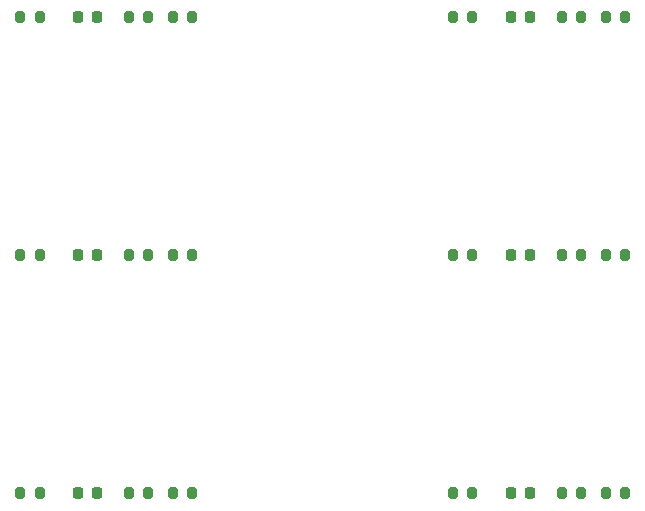
<source format=gtp>
%TF.GenerationSoftware,KiCad,Pcbnew,(6.0.5)*%
%TF.CreationDate,2022-06-05T15:56:58-07:00*%
%TF.ProjectId,mosfet_chip_panel,6d6f7366-6574-45f6-9368-69705f70616e,rev?*%
%TF.SameCoordinates,Original*%
%TF.FileFunction,Paste,Top*%
%TF.FilePolarity,Positive*%
%FSLAX46Y46*%
G04 Gerber Fmt 4.6, Leading zero omitted, Abs format (unit mm)*
G04 Created by KiCad (PCBNEW (6.0.5)) date 2022-06-05 15:56:58*
%MOMM*%
%LPD*%
G01*
G04 APERTURE LIST*
G04 Aperture macros list*
%AMRoundRect*
0 Rectangle with rounded corners*
0 $1 Rounding radius*
0 $2 $3 $4 $5 $6 $7 $8 $9 X,Y pos of 4 corners*
0 Add a 4 corners polygon primitive as box body*
4,1,4,$2,$3,$4,$5,$6,$7,$8,$9,$2,$3,0*
0 Add four circle primitives for the rounded corners*
1,1,$1+$1,$2,$3*
1,1,$1+$1,$4,$5*
1,1,$1+$1,$6,$7*
1,1,$1+$1,$8,$9*
0 Add four rect primitives between the rounded corners*
20,1,$1+$1,$2,$3,$4,$5,0*
20,1,$1+$1,$4,$5,$6,$7,0*
20,1,$1+$1,$6,$7,$8,$9,0*
20,1,$1+$1,$8,$9,$2,$3,0*%
G04 Aperture macros list end*
%ADD10RoundRect,0.218750X-0.218750X-0.256250X0.218750X-0.256250X0.218750X0.256250X-0.218750X0.256250X0*%
%ADD11RoundRect,0.200000X0.200000X0.275000X-0.200000X0.275000X-0.200000X-0.275000X0.200000X-0.275000X0*%
%ADD12RoundRect,0.200000X-0.200000X-0.275000X0.200000X-0.275000X0.200000X0.275000X-0.200000X0.275000X0*%
G04 APERTURE END LIST*
D10*
X34867500Y-45755000D03*
X36442500Y-45755000D03*
X71517500Y-65905000D03*
X73092500Y-65905000D03*
X71517500Y-45755000D03*
X73092500Y-45755000D03*
D11*
X81170000Y-65905000D03*
X79520000Y-65905000D03*
D12*
X75780000Y-25605000D03*
X77430000Y-25605000D03*
D11*
X68230000Y-25605000D03*
X66580000Y-25605000D03*
X31580000Y-45755000D03*
X29930000Y-45755000D03*
X68230000Y-65905000D03*
X66580000Y-65905000D03*
X44520000Y-25605000D03*
X42870000Y-25605000D03*
X44520000Y-65905000D03*
X42870000Y-65905000D03*
D12*
X39130000Y-65905000D03*
X40780000Y-65905000D03*
D10*
X34867500Y-65905000D03*
X36442500Y-65905000D03*
X34867500Y-25605000D03*
X36442500Y-25605000D03*
D11*
X81170000Y-45755000D03*
X79520000Y-45755000D03*
D12*
X75780000Y-65905000D03*
X77430000Y-65905000D03*
D11*
X68230000Y-45755000D03*
X66580000Y-45755000D03*
X31580000Y-25605000D03*
X29930000Y-25605000D03*
D10*
X71517500Y-25605000D03*
X73092500Y-25605000D03*
D12*
X39130000Y-25605000D03*
X40780000Y-25605000D03*
X39130000Y-45755000D03*
X40780000Y-45755000D03*
D11*
X81170000Y-25605000D03*
X79520000Y-25605000D03*
D12*
X75780000Y-45755000D03*
X77430000Y-45755000D03*
D11*
X44520000Y-45755000D03*
X42870000Y-45755000D03*
X31580000Y-65905000D03*
X29930000Y-65905000D03*
M02*

</source>
